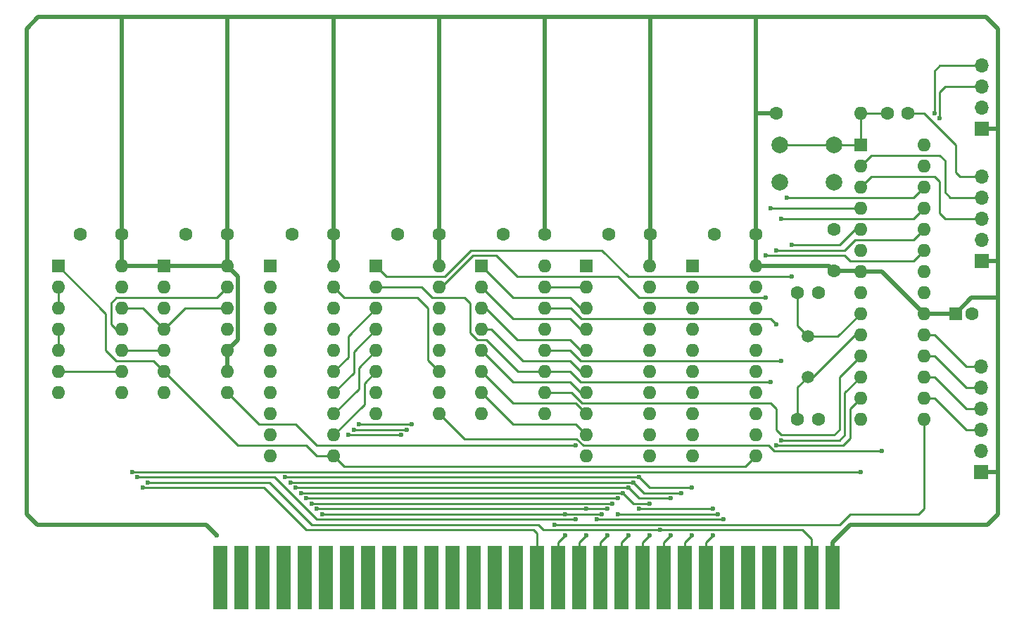
<source format=gbr>
%TF.GenerationSoftware,KiCad,Pcbnew,7.0.9*%
%TF.CreationDate,2023-12-21T22:12:41+08:00*%
%TF.ProjectId,ArduinoMultiInterface,41726475-696e-46f4-9d75-6c7469496e74,rev?*%
%TF.SameCoordinates,Original*%
%TF.FileFunction,Copper,L1,Top*%
%TF.FilePolarity,Positive*%
%FSLAX46Y46*%
G04 Gerber Fmt 4.6, Leading zero omitted, Abs format (unit mm)*
G04 Created by KiCad (PCBNEW 7.0.9) date 2023-12-21 22:12:41*
%MOMM*%
%LPD*%
G01*
G04 APERTURE LIST*
%TA.AperFunction,ComponentPad*%
%ADD10C,1.600000*%
%TD*%
%TA.AperFunction,ComponentPad*%
%ADD11R,1.700000X1.700000*%
%TD*%
%TA.AperFunction,ComponentPad*%
%ADD12O,1.700000X1.700000*%
%TD*%
%TA.AperFunction,ComponentPad*%
%ADD13R,1.600000X1.600000*%
%TD*%
%TA.AperFunction,ComponentPad*%
%ADD14O,1.600000X1.600000*%
%TD*%
%TA.AperFunction,ConnectorPad*%
%ADD15R,1.780000X7.620000*%
%TD*%
%TA.AperFunction,ComponentPad*%
%ADD16C,1.500000*%
%TD*%
%TA.AperFunction,ComponentPad*%
%ADD17C,2.000000*%
%TD*%
%TA.AperFunction,ViaPad*%
%ADD18C,0.600000*%
%TD*%
%TA.AperFunction,Conductor*%
%ADD19C,0.250000*%
%TD*%
%TA.AperFunction,Conductor*%
%ADD20C,0.500000*%
%TD*%
G04 APERTURE END LIST*
D10*
%TO.P,C9,1*%
%TO.N,+5V*%
X141115000Y-103505000D03*
%TO.P,C9,2*%
%TO.N,GND*%
X136115000Y-103505000D03*
%TD*%
D11*
%TO.P,J3,1,Pin_1*%
%TO.N,+5V*%
X206248000Y-132080000D03*
D12*
%TO.P,J3,2,Pin_2*%
%TO.N,GND*%
X206248000Y-129540000D03*
%TO.P,J3,3,Pin_3*%
%TO.N,SPI_SS*%
X206248000Y-127000000D03*
%TO.P,J3,4,Pin_4*%
%TO.N,SPI_MOSI*%
X206248000Y-124460000D03*
%TO.P,J3,5,Pin_5*%
%TO.N,SPI_MISO*%
X206248000Y-121920000D03*
%TO.P,J3,6,Pin_6*%
%TO.N,SPI_SCK*%
X206248000Y-119380000D03*
%TD*%
D13*
%TO.P,U7,1*%
%TO.N,WE*%
X95250000Y-107315000D03*
D14*
%TO.P,U7,2*%
%TO.N,Net-(U7-Pad2)*%
X95250000Y-109855000D03*
%TO.P,U7,3*%
X95250000Y-112395000D03*
%TO.P,U7,4*%
%TO.N,Net-(U7-Pad4)*%
X95250000Y-114935000D03*
%TO.P,U7,5*%
X95250000Y-117475000D03*
%TO.P,U7,6*%
%TO.N,Net-(U7-Pad6)*%
X95250000Y-120015000D03*
%TO.P,U7,7,GND*%
%TO.N,GND*%
X95250000Y-122555000D03*
%TO.P,U7,8*%
%TO.N,PCINT*%
X102870000Y-122555000D03*
%TO.P,U7,9*%
%TO.N,Net-(U7-Pad6)*%
X102870000Y-120015000D03*
%TO.P,U7,10*%
%TO.N,Net-(U7-Pad10)*%
X102870000Y-117475000D03*
%TO.P,U7,11*%
%TO.N,RW*%
X102870000Y-114935000D03*
%TO.P,U7,12*%
%TO.N,Net-(U7-Pad12)*%
X102870000Y-112395000D03*
%TO.P,U7,13*%
%TO.N,PORT1CSB*%
X102870000Y-109855000D03*
%TO.P,U7,14,VCC*%
%TO.N,+5V*%
X102870000Y-107315000D03*
%TD*%
D13*
%TO.P,U2,1,~{PL}*%
%TO.N,PISO_PL*%
X133495000Y-107315000D03*
D14*
%TO.P,U2,2,CP*%
%TO.N,PS_CLK*%
X133495000Y-109855000D03*
%TO.P,U2,3,D4*%
%TO.N,Net-(U2-D4)*%
X133495000Y-112395000D03*
%TO.P,U2,4,D5*%
%TO.N,Net-(U2-D5)*%
X133495000Y-114935000D03*
%TO.P,U2,5,D6*%
%TO.N,Net-(U2-D6)*%
X133495000Y-117475000D03*
%TO.P,U2,6,D7*%
%TO.N,Net-(U2-D7)*%
X133495000Y-120015000D03*
%TO.P,U2,7,~{Q7}*%
%TO.N,unconnected-(U2-~{Q7}-Pad7)*%
X133495000Y-122555000D03*
%TO.P,U2,8,GND*%
%TO.N,GND*%
X133495000Y-125095000D03*
%TO.P,U2,9,Q7*%
%TO.N,PISO_DL*%
X141115000Y-125095000D03*
%TO.P,U2,10,DS*%
%TO.N,GND*%
X141115000Y-122555000D03*
%TO.P,U2,11,D0*%
%TO.N,Net-(U2-D0)*%
X141115000Y-120015000D03*
%TO.P,U2,12,D1*%
%TO.N,Net-(U2-D1)*%
X141115000Y-117475000D03*
%TO.P,U2,13,D2*%
%TO.N,Net-(U2-D2)*%
X141115000Y-114935000D03*
%TO.P,U2,14,D3*%
%TO.N,Net-(U2-D3)*%
X141115000Y-112395000D03*
%TO.P,U2,15,~{CE}*%
%TO.N,PISO_CE*%
X141115000Y-109855000D03*
%TO.P,U2,16,VCC*%
%TO.N,+5V*%
X141115000Y-107315000D03*
%TD*%
D10*
%TO.P,C3,1*%
%TO.N,XTAL2*%
X184190000Y-125730000D03*
%TO.P,C3,2*%
%TO.N,GND*%
X186690000Y-125730000D03*
%TD*%
%TO.P,C1,1*%
%TO.N,Net-(J4-Pin_5)*%
X197485000Y-88900000D03*
%TO.P,C1,2*%
%TO.N,RESET*%
X194985000Y-88900000D03*
%TD*%
%TO.P,C11,1*%
%TO.N,+5V*%
X166515000Y-103505000D03*
%TO.P,C11,2*%
%TO.N,GND*%
X161515000Y-103505000D03*
%TD*%
%TO.P,C10,1*%
%TO.N,+5V*%
X153815000Y-103505000D03*
%TO.P,C10,2*%
%TO.N,GND*%
X148815000Y-103505000D03*
%TD*%
D13*
%TO.P,U1,1,~{RESET}/PC6*%
%TO.N,RESET*%
X191770000Y-92710000D03*
D14*
%TO.P,U1,2,PD0*%
%TO.N,SER_RX*%
X191770000Y-95250000D03*
%TO.P,U1,3,PD1*%
%TO.N,SER_TX*%
X191770000Y-97790000D03*
%TO.P,U1,4,PD2*%
%TO.N,PISO_CE*%
X191770000Y-100330000D03*
%TO.P,U1,5,PD3*%
%TO.N,PISO_PL*%
X191770000Y-102870000D03*
%TO.P,U1,6,PD4*%
%TO.N,PISO_DL*%
X191770000Y-105410000D03*
%TO.P,U1,7,VCC*%
%TO.N,+5V*%
X191770000Y-107950000D03*
%TO.P,U1,8,GND*%
%TO.N,GND*%
X191770000Y-110490000D03*
%TO.P,U1,9,XTAL1/PB6*%
%TO.N,XTAL1*%
X191770000Y-113030000D03*
%TO.P,U1,10,XTAL2/PB7*%
%TO.N,XTAL2*%
X191770000Y-115570000D03*
%TO.P,U1,11,PD5*%
%TO.N,SIPO_CL*%
X191770000Y-118110000D03*
%TO.P,U1,12,PD6*%
%TO.N,SIPO_PL*%
X191770000Y-120650000D03*
%TO.P,U1,13,PD7*%
%TO.N,SIPO_DL*%
X191770000Y-123190000D03*
%TO.P,U1,14,PB0*%
%TO.N,PCINT*%
X191770000Y-125730000D03*
%TO.P,U1,15,PB1*%
%TO.N,IRQ3B*%
X199390000Y-125730000D03*
%TO.P,U1,16,PB2*%
%TO.N,SPI_SS*%
X199390000Y-123190000D03*
%TO.P,U1,17,PB3*%
%TO.N,SPI_MOSI*%
X199390000Y-120650000D03*
%TO.P,U1,18,PB4*%
%TO.N,SPI_MISO*%
X199390000Y-118110000D03*
%TO.P,U1,19,PB5*%
%TO.N,SPI_SCK*%
X199390000Y-115570000D03*
%TO.P,U1,20,AVCC*%
%TO.N,+5V*%
X199390000Y-113030000D03*
%TO.P,U1,21,AREF*%
%TO.N,unconnected-(U1-AREF-Pad21)*%
X199390000Y-110490000D03*
%TO.P,U1,22,GND*%
%TO.N,GND*%
X199390000Y-107950000D03*
%TO.P,U1,23,PC0*%
%TO.N,SEL0*%
X199390000Y-105410000D03*
%TO.P,U1,24,PC1*%
%TO.N,SEL1*%
X199390000Y-102870000D03*
%TO.P,U1,25,PC2*%
%TO.N,SEL2*%
X199390000Y-100330000D03*
%TO.P,U1,26,PC3*%
%TO.N,PS_CLK*%
X199390000Y-97790000D03*
%TO.P,U1,27,PC4*%
%TO.N,I2C_SDA*%
X199390000Y-95250000D03*
%TO.P,U1,28,PC5*%
%TO.N,I2C_SCL*%
X199390000Y-92710000D03*
%TD*%
D13*
%TO.P,U4,1,OE*%
%TO.N,RE*%
X158750000Y-107315000D03*
D14*
%TO.P,U4,2,D0*%
%TO.N,Net-(U3-QA)*%
X158750000Y-109855000D03*
%TO.P,U4,3,D1*%
%TO.N,Net-(U3-QB)*%
X158750000Y-112395000D03*
%TO.P,U4,4,D2*%
%TO.N,Net-(U3-QC)*%
X158750000Y-114935000D03*
%TO.P,U4,5,D3*%
%TO.N,Net-(U3-QD)*%
X158750000Y-117475000D03*
%TO.P,U4,6,D4*%
%TO.N,Net-(U3-QE)*%
X158750000Y-120015000D03*
%TO.P,U4,7,D5*%
%TO.N,Net-(U3-QF)*%
X158750000Y-122555000D03*
%TO.P,U4,8,D6*%
%TO.N,Net-(U3-QG)*%
X158750000Y-125095000D03*
%TO.P,U4,9,D7*%
%TO.N,Net-(U3-QH)*%
X158750000Y-127635000D03*
%TO.P,U4,10,GND*%
%TO.N,GND*%
X158750000Y-130175000D03*
%TO.P,U4,11,Cp*%
%TO.N,CLOCK*%
X166370000Y-130175000D03*
%TO.P,U4,12,Q7*%
%TO.N,/D7*%
X166370000Y-127635000D03*
%TO.P,U4,13,Q6*%
%TO.N,/D6*%
X166370000Y-125095000D03*
%TO.P,U4,14,Q5*%
%TO.N,/D5*%
X166370000Y-122555000D03*
%TO.P,U4,15,Q4*%
%TO.N,/D4*%
X166370000Y-120015000D03*
%TO.P,U4,16,Q3*%
%TO.N,/D3*%
X166370000Y-117475000D03*
%TO.P,U4,17,Q2*%
%TO.N,/D2*%
X166370000Y-114935000D03*
%TO.P,U4,18,Q1*%
%TO.N,/D1*%
X166370000Y-112395000D03*
%TO.P,U4,19,Q0*%
%TO.N,/D0*%
X166370000Y-109855000D03*
%TO.P,U4,20,VCC*%
%TO.N,+5V*%
X166370000Y-107315000D03*
%TD*%
D10*
%TO.P,C8,1*%
%TO.N,+5V*%
X128415000Y-103505000D03*
%TO.P,C8,2*%
%TO.N,GND*%
X123415000Y-103505000D03*
%TD*%
D13*
%TO.P,U9,1*%
%TO.N,+5V*%
X107950000Y-107315000D03*
D14*
%TO.P,U9,2*%
%TO.N,CLOCK*%
X107950000Y-109855000D03*
%TO.P,U9,3*%
%TO.N,N/C*%
X107950000Y-112395000D03*
%TO.P,U9,4*%
%TO.N,Net-(U7-Pad12)*%
X107950000Y-114935000D03*
%TO.P,U9,5*%
%TO.N,Net-(U7-Pad10)*%
X107950000Y-117475000D03*
%TO.P,U9,6*%
%TO.N,WE*%
X107950000Y-120015000D03*
%TO.P,U9,7,GND*%
%TO.N,GND*%
X107950000Y-122555000D03*
%TO.P,U9,8*%
%TO.N,RE*%
X115570000Y-122555000D03*
%TO.P,U9,9*%
%TO.N,+5V*%
X115570000Y-120015000D03*
%TO.P,U9,10*%
X115570000Y-117475000D03*
%TO.P,U9,11*%
%TO.N,N/C*%
X115570000Y-114935000D03*
%TO.P,U9,12*%
%TO.N,Net-(U7-Pad12)*%
X115570000Y-112395000D03*
%TO.P,U9,13*%
%TO.N,RW*%
X115570000Y-109855000D03*
%TO.P,U9,14,VCC*%
%TO.N,+5V*%
X115570000Y-107315000D03*
%TD*%
D13*
%TO.P,U6,1,OE*%
%TO.N,GND*%
X171595000Y-107315000D03*
D14*
%TO.P,U6,2,D0*%
%TO.N,/A0*%
X171595000Y-109855000D03*
%TO.P,U6,3,D1*%
%TO.N,/A1*%
X171595000Y-112395000D03*
%TO.P,U6,4,D2*%
%TO.N,/A2*%
X171595000Y-114935000D03*
%TO.P,U6,5,D3*%
%TO.N,GND*%
X171595000Y-117475000D03*
%TO.P,U6,6,D4*%
X171595000Y-120015000D03*
%TO.P,U6,7,D5*%
X171595000Y-122555000D03*
%TO.P,U6,8,D6*%
X171595000Y-125095000D03*
%TO.P,U6,9,D7*%
X171595000Y-127635000D03*
%TO.P,U6,10,GND*%
X171595000Y-130175000D03*
%TO.P,U6,11,Cp*%
%TO.N,WE*%
X179215000Y-130175000D03*
%TO.P,U6,12,Q7*%
%TO.N,unconnected-(U6-Q7-Pad12)*%
X179215000Y-127635000D03*
%TO.P,U6,13,Q6*%
%TO.N,unconnected-(U6-Q6-Pad13)*%
X179215000Y-125095000D03*
%TO.P,U6,14,Q5*%
%TO.N,unconnected-(U6-Q5-Pad14)*%
X179215000Y-122555000D03*
%TO.P,U6,15,Q4*%
%TO.N,unconnected-(U6-Q4-Pad15)*%
X179215000Y-120015000D03*
%TO.P,U6,16,Q3*%
%TO.N,unconnected-(U6-Q3-Pad16)*%
X179215000Y-117475000D03*
%TO.P,U6,17,Q2*%
%TO.N,SEL2*%
X179215000Y-114935000D03*
%TO.P,U6,18,Q1*%
%TO.N,SEL1*%
X179215000Y-112395000D03*
%TO.P,U6,19,Q0*%
%TO.N,SEL0*%
X179215000Y-109855000D03*
%TO.P,U6,20,VCC*%
%TO.N,+5V*%
X179215000Y-107315000D03*
%TD*%
D13*
%TO.P,C5,1*%
%TO.N,+5V*%
X203200000Y-113030000D03*
D10*
%TO.P,C5,2*%
%TO.N,GND*%
X205200000Y-113030000D03*
%TD*%
%TO.P,C13,1*%
%TO.N,+5V*%
X188595000Y-107910000D03*
%TO.P,C13,2*%
%TO.N,GND*%
X188595000Y-102910000D03*
%TD*%
D11*
%TO.P,J2,1,Pin_1*%
%TO.N,+5V*%
X206375000Y-90805000D03*
D12*
%TO.P,J2,2,Pin_2*%
%TO.N,GND*%
X206375000Y-88265000D03*
%TO.P,J2,3,Pin_3*%
%TO.N,I2C_SDA*%
X206375000Y-85725000D03*
%TO.P,J2,4,Pin_4*%
%TO.N,I2C_SCL*%
X206375000Y-83185000D03*
%TD*%
D10*
%TO.P,C12,1*%
%TO.N,+5V*%
X179215000Y-103505000D03*
%TO.P,C12,2*%
%TO.N,GND*%
X174215000Y-103505000D03*
%TD*%
D13*
%TO.P,U3,1,QB*%
%TO.N,Net-(U3-QB)*%
X146195000Y-107315000D03*
D14*
%TO.P,U3,2,QC*%
%TO.N,Net-(U3-QC)*%
X146195000Y-109855000D03*
%TO.P,U3,3,QD*%
%TO.N,Net-(U3-QD)*%
X146195000Y-112395000D03*
%TO.P,U3,4,QE*%
%TO.N,Net-(U3-QE)*%
X146195000Y-114935000D03*
%TO.P,U3,5,QF*%
%TO.N,Net-(U3-QF)*%
X146195000Y-117475000D03*
%TO.P,U3,6,QG*%
%TO.N,Net-(U3-QG)*%
X146195000Y-120015000D03*
%TO.P,U3,7,QH*%
%TO.N,Net-(U3-QH)*%
X146195000Y-122555000D03*
%TO.P,U3,8,GND*%
%TO.N,GND*%
X146195000Y-125095000D03*
%TO.P,U3,9,QH'*%
%TO.N,unconnected-(U3-QH'-Pad9)*%
X153815000Y-125095000D03*
%TO.P,U3,10,~{SRCLR}*%
%TO.N,SIPO_CL*%
X153815000Y-122555000D03*
%TO.P,U3,11,SRCLK*%
%TO.N,PS_CLK*%
X153815000Y-120015000D03*
%TO.P,U3,12,RCLK*%
%TO.N,SIPO_PL*%
X153815000Y-117475000D03*
%TO.P,U3,13,~{OE}*%
%TO.N,GND*%
X153815000Y-114935000D03*
%TO.P,U3,14,SER*%
%TO.N,SIPO_DL*%
X153815000Y-112395000D03*
%TO.P,U3,15,QA*%
%TO.N,Net-(U3-QA)*%
X153815000Y-109855000D03*
%TO.P,U3,16,VCC*%
%TO.N,+5V*%
X153815000Y-107315000D03*
%TD*%
D10*
%TO.P,C7,1*%
%TO.N,+5V*%
X115570000Y-103505000D03*
%TO.P,C7,2*%
%TO.N,GND*%
X110570000Y-103505000D03*
%TD*%
%TO.P,C6,1*%
%TO.N,+5V*%
X102870000Y-103505000D03*
%TO.P,C6,2*%
%TO.N,GND*%
X97870000Y-103505000D03*
%TD*%
D15*
%TO.P,J1,2,Pin_2*%
%TO.N,+5V*%
X188391800Y-144780000D03*
%TO.P,J1,4,Pin_4*%
%TO.N,CLOCK*%
X185851800Y-144780000D03*
%TO.P,J1,6,Pin_6*%
%TO.N,unconnected-(J1-Pin_6-Pad6)*%
X183311800Y-144780000D03*
%TO.P,J1,8,Pin_8*%
%TO.N,unconnected-(J1-Pin_8-Pad8)*%
X180771800Y-144780000D03*
%TO.P,J1,10,Pin_10*%
%TO.N,unconnected-(J1-Pin_10-Pad10)*%
X178231800Y-144780000D03*
%TO.P,J1,12,Pin_12*%
%TO.N,unconnected-(J1-Pin_12-Pad12)*%
X175691800Y-144780000D03*
%TO.P,J1,14,Pin_14*%
%TO.N,/D7*%
X173151800Y-144780000D03*
%TO.P,J1,16,Pin_16*%
%TO.N,/D6*%
X170611800Y-144780000D03*
%TO.P,J1,18,Pin_18*%
%TO.N,/D5*%
X168071800Y-144780000D03*
%TO.P,J1,20,Pin_20*%
%TO.N,/D4*%
X165531800Y-144780000D03*
%TO.P,J1,22,Pin_22*%
%TO.N,/D3*%
X162991800Y-144780000D03*
%TO.P,J1,24,Pin_24*%
%TO.N,/D2*%
X160451800Y-144780000D03*
%TO.P,J1,26,Pin_26*%
%TO.N,/D1*%
X157911800Y-144780000D03*
%TO.P,J1,28,Pin_28*%
%TO.N,/D0*%
X155371800Y-144780000D03*
%TO.P,J1,30,Pin_30*%
%TO.N,PORT1CSB*%
X152831800Y-144780000D03*
%TO.P,J1,32,Pin_32*%
%TO.N,unconnected-(J1-Pin_32-Pad32)*%
X150291800Y-144780000D03*
%TO.P,J1,34,Pin_34*%
%TO.N,unconnected-(J1-Pin_34-Pad34)*%
X147751800Y-144780000D03*
%TO.P,J1,36,Pin_36*%
%TO.N,unconnected-(J1-Pin_36-Pad36)*%
X145211800Y-144780000D03*
%TO.P,J1,38,Pin_38*%
%TO.N,unconnected-(J1-Pin_38-Pad38)*%
X142671800Y-144780000D03*
%TO.P,J1,40,Pin_40*%
%TO.N,unconnected-(J1-Pin_40-Pad40)*%
X140131800Y-144780000D03*
%TO.P,J1,42,Pin_42*%
%TO.N,unconnected-(J1-Pin_42-Pad42)*%
X137591800Y-144780000D03*
%TO.P,J1,44,Pin_44*%
%TO.N,unconnected-(J1-Pin_44-Pad44)*%
X135051800Y-144780000D03*
%TO.P,J1,46,Pin_46*%
%TO.N,unconnected-(J1-Pin_46-Pad46)*%
X132511800Y-144780000D03*
%TO.P,J1,48,Pin_48*%
%TO.N,unconnected-(J1-Pin_48-Pad48)*%
X129971800Y-144780000D03*
%TO.P,J1,50,Pin_50*%
%TO.N,unconnected-(J1-Pin_50-Pad50)*%
X127431800Y-144780000D03*
%TO.P,J1,52,Pin_52*%
%TO.N,unconnected-(J1-Pin_52-Pad52)*%
X124891800Y-144780000D03*
%TO.P,J1,54,Pin_54*%
%TO.N,unconnected-(J1-Pin_54-Pad54)*%
X122351800Y-144780000D03*
%TO.P,J1,56,Pin_56*%
%TO.N,unconnected-(J1-Pin_56-Pad56)*%
X119811800Y-144780000D03*
%TO.P,J1,58,Pin_58*%
%TO.N,unconnected-(J1-Pin_58-Pad58)*%
X117271800Y-144780000D03*
%TO.P,J1,60,Pin_60*%
%TO.N,unconnected-(J1-Pin_60-Pad60)*%
X114731800Y-144780000D03*
%TD*%
D16*
%TO.P,Y1,1,1*%
%TO.N,XTAL1*%
X185420000Y-115750000D03*
%TO.P,Y1,2,2*%
%TO.N,XTAL2*%
X185420000Y-120650000D03*
%TD*%
D17*
%TO.P,SW1,1,1*%
%TO.N,GND*%
X188595000Y-97210000D03*
X182095000Y-97210000D03*
%TO.P,SW1,2,2*%
%TO.N,RESET*%
X188595000Y-92710000D03*
X182095000Y-92710000D03*
%TD*%
D10*
%TO.P,C2,1*%
%TO.N,XTAL1*%
X184190000Y-110490000D03*
%TO.P,C2,2*%
%TO.N,GND*%
X186690000Y-110490000D03*
%TD*%
%TO.P,R1,1*%
%TO.N,+5V*%
X181610000Y-88900000D03*
D14*
%TO.P,R1,2*%
%TO.N,RESET*%
X191770000Y-88900000D03*
%TD*%
D13*
%TO.P,U5,1,OE*%
%TO.N,GND*%
X120795000Y-107315000D03*
D14*
%TO.P,U5,2,D0*%
%TO.N,/D0*%
X120795000Y-109855000D03*
%TO.P,U5,3,D1*%
%TO.N,/D1*%
X120795000Y-112395000D03*
%TO.P,U5,4,D2*%
%TO.N,/D2*%
X120795000Y-114935000D03*
%TO.P,U5,5,D3*%
%TO.N,/D3*%
X120795000Y-117475000D03*
%TO.P,U5,6,D4*%
%TO.N,/D4*%
X120795000Y-120015000D03*
%TO.P,U5,7,D5*%
%TO.N,/D5*%
X120795000Y-122555000D03*
%TO.P,U5,8,D6*%
%TO.N,/D6*%
X120795000Y-125095000D03*
%TO.P,U5,9,D7*%
%TO.N,/D7*%
X120795000Y-127635000D03*
%TO.P,U5,10,GND*%
%TO.N,GND*%
X120795000Y-130175000D03*
%TO.P,U5,11,Cp*%
%TO.N,WE*%
X128415000Y-130175000D03*
%TO.P,U5,12,Q7*%
%TO.N,Net-(U2-D7)*%
X128415000Y-127635000D03*
%TO.P,U5,13,Q6*%
%TO.N,Net-(U2-D6)*%
X128415000Y-125095000D03*
%TO.P,U5,14,Q5*%
%TO.N,Net-(U2-D5)*%
X128415000Y-122555000D03*
%TO.P,U5,15,Q4*%
%TO.N,Net-(U2-D4)*%
X128415000Y-120015000D03*
%TO.P,U5,16,Q3*%
%TO.N,Net-(U2-D3)*%
X128415000Y-117475000D03*
%TO.P,U5,17,Q2*%
%TO.N,Net-(U2-D2)*%
X128415000Y-114935000D03*
%TO.P,U5,18,Q1*%
%TO.N,Net-(U2-D1)*%
X128415000Y-112395000D03*
%TO.P,U5,19,Q0*%
%TO.N,Net-(U2-D0)*%
X128415000Y-109855000D03*
%TO.P,U5,20,VCC*%
%TO.N,+5V*%
X128415000Y-107315000D03*
%TD*%
D11*
%TO.P,J4,1,Pin_1*%
%TO.N,+5V*%
X206375000Y-106650000D03*
D12*
%TO.P,J4,2,Pin_2*%
%TO.N,GND*%
X206375000Y-104110000D03*
%TO.P,J4,3,Pin_3*%
%TO.N,SER_TX*%
X206375000Y-101570000D03*
%TO.P,J4,4,Pin_4*%
%TO.N,SER_RX*%
X206375000Y-99030000D03*
%TO.P,J4,5,Pin_5*%
%TO.N,Net-(J4-Pin_5)*%
X206375000Y-96490000D03*
%TD*%
D18*
%TO.N,+5V*%
X114300000Y-139700000D03*
%TO.N,CLOCK*%
X167640000Y-139055000D03*
X106045000Y-133350000D03*
%TO.N,/D7*%
X122555000Y-132715000D03*
X171450000Y-133985000D03*
X165100000Y-132715000D03*
X173990000Y-139700000D03*
%TO.N,/D6*%
X170180000Y-134620000D03*
X123190000Y-133350000D03*
X164465000Y-133350000D03*
X171450000Y-139700000D03*
%TO.N,/D5*%
X123825000Y-133985000D03*
X168910000Y-139700000D03*
X163830000Y-133985000D03*
X168910000Y-135255000D03*
%TO.N,/D4*%
X163195000Y-134620000D03*
X166370000Y-139700000D03*
X124460000Y-134620000D03*
X166370000Y-135890000D03*
%TO.N,/A2*%
X165100000Y-136525000D03*
X173990000Y-136525000D03*
%TO.N,/D3*%
X162560000Y-135255000D03*
X163830000Y-139700000D03*
X125095000Y-135255000D03*
%TO.N,/A1*%
X162560000Y-137160000D03*
X174625000Y-137160000D03*
%TO.N,/D2*%
X161925000Y-135890000D03*
X161290000Y-139700000D03*
X125730000Y-135890000D03*
%TO.N,/A0*%
X175260000Y-137795000D03*
X160020000Y-137795000D03*
%TO.N,/D1*%
X161290000Y-136525000D03*
X126365000Y-136525000D03*
X158750000Y-139700000D03*
X158750000Y-136525000D03*
%TO.N,RW*%
X104775000Y-132715000D03*
X157480000Y-137795000D03*
%TO.N,/D0*%
X127000000Y-137160000D03*
X156210000Y-139700000D03*
X160655000Y-137160000D03*
X156210000Y-137160000D03*
%TO.N,IRQ3B*%
X154940000Y-138430000D03*
%TO.N,PORT1CSB*%
X105410000Y-133985000D03*
%TO.N,I2C_SDA*%
X201295000Y-89535000D03*
%TO.N,I2C_SCL*%
X200660000Y-88900000D03*
%TO.N,PISO_CE*%
X180975000Y-100330000D03*
X180340000Y-111125000D03*
%TO.N,PISO_PL*%
X183515000Y-108585000D03*
X183515000Y-104775000D03*
%TO.N,PISO_DL*%
X194310000Y-129540000D03*
%TO.N,SIPO_PL*%
X182245000Y-118745000D03*
X182245000Y-128270000D03*
%TO.N,SIPO_DL*%
X181610000Y-128905000D03*
X181610000Y-114300000D03*
%TO.N,PCINT*%
X191770000Y-132080000D03*
X104140000Y-132080000D03*
%TO.N,SEL0*%
X180340000Y-106045000D03*
%TO.N,SEL1*%
X181610000Y-105410000D03*
%TO.N,SEL2*%
X182245000Y-101600000D03*
%TO.N,PS_CLK*%
X180975000Y-121285000D03*
X182880000Y-99060000D03*
%TO.N,Net-(U2-D1)*%
X131445000Y-126365000D03*
X137795000Y-126365000D03*
%TO.N,Net-(U2-D2)*%
X137160000Y-127000000D03*
X130810000Y-127000000D03*
%TO.N,Net-(U2-D3)*%
X136525000Y-127635000D03*
X130175000Y-127635000D03*
%TO.N,RE*%
X157480000Y-128905000D03*
%TD*%
D19*
%TO.N,XTAL1*%
X189050000Y-115750000D02*
X185420000Y-115750000D01*
X191770000Y-113030000D02*
X189050000Y-115750000D01*
X184190000Y-110490000D02*
X184190000Y-114520000D01*
X184190000Y-114520000D02*
X185420000Y-115750000D01*
%TO.N,XTAL2*%
X184190000Y-125730000D02*
X184190000Y-121880000D01*
X186055000Y-120650000D02*
X185420000Y-120650000D01*
X184190000Y-121880000D02*
X185420000Y-120650000D01*
X191135000Y-115570000D02*
X186055000Y-120650000D01*
D20*
%TO.N,+5V*%
X203200000Y-113030000D02*
X205105000Y-111125000D01*
X153670000Y-77325000D02*
X166370000Y-77325000D01*
X102870000Y-103505000D02*
X102870000Y-77325000D01*
X115570000Y-107315000D02*
X116840000Y-108585000D01*
X208280000Y-137160000D02*
X207010000Y-138430000D01*
X140970000Y-77325000D02*
X153670000Y-77325000D01*
X207010000Y-138430000D02*
X190500000Y-138430000D01*
X188595000Y-107910000D02*
X191730000Y-107910000D01*
X188391800Y-140538200D02*
X188391800Y-144780000D01*
X115570000Y-77325000D02*
X128270000Y-77325000D01*
X92710000Y-138430000D02*
X91440000Y-137160000D01*
X194310000Y-107950000D02*
X199390000Y-113030000D01*
X113030000Y-138430000D02*
X92710000Y-138430000D01*
X141115000Y-77470000D02*
X140970000Y-77325000D01*
X179215000Y-88900000D02*
X179215000Y-77470000D01*
X188000000Y-107315000D02*
X188595000Y-107910000D01*
X128415000Y-103505000D02*
X128415000Y-77470000D01*
X102870000Y-107315000D02*
X102870000Y-103505000D01*
X166515000Y-77470000D02*
X166370000Y-77325000D01*
X166515000Y-103505000D02*
X166515000Y-107315000D01*
X206375000Y-132080000D02*
X208280000Y-132080000D01*
X153815000Y-103505000D02*
X153815000Y-77470000D01*
X205105000Y-111125000D02*
X208280000Y-111125000D01*
X190500000Y-138430000D02*
X188391800Y-140538200D01*
X179215000Y-77470000D02*
X179070000Y-77325000D01*
X166515000Y-103505000D02*
X166515000Y-77470000D01*
X128415000Y-77470000D02*
X128270000Y-77325000D01*
X153815000Y-77470000D02*
X153670000Y-77325000D01*
X115570000Y-103505000D02*
X115570000Y-107315000D01*
X91440000Y-137160000D02*
X91440000Y-78740000D01*
X206223000Y-90805000D02*
X208280000Y-90805000D01*
X206865000Y-77325000D02*
X208280000Y-78740000D01*
X208280000Y-106680000D02*
X208280000Y-111125000D01*
X128270000Y-77325000D02*
X140970000Y-77325000D01*
X179215000Y-103505000D02*
X179215000Y-107315000D01*
X166370000Y-77325000D02*
X179070000Y-77325000D01*
X208280000Y-111125000D02*
X208280000Y-132080000D01*
X115570000Y-107315000D02*
X102870000Y-107315000D01*
X179215000Y-107315000D02*
X188000000Y-107315000D01*
X199390000Y-113030000D02*
X203200000Y-113030000D01*
X179215000Y-103505000D02*
X179215000Y-88900000D01*
X208280000Y-78740000D02*
X208280000Y-106680000D01*
X141115000Y-103505000D02*
X141115000Y-107315000D01*
X115570000Y-117475000D02*
X115570000Y-119870000D01*
X115570000Y-103505000D02*
X115570000Y-77325000D01*
X208280000Y-132080000D02*
X208280000Y-137160000D01*
X116840000Y-108585000D02*
X116840000Y-116205000D01*
X91440000Y-78740000D02*
X92855000Y-77325000D01*
X114300000Y-139700000D02*
X113030000Y-138430000D01*
X179070000Y-77325000D02*
X206865000Y-77325000D01*
X206223000Y-106650000D02*
X208280000Y-106680000D01*
X141115000Y-103505000D02*
X141115000Y-77470000D01*
X191770000Y-107950000D02*
X194310000Y-107950000D01*
X92855000Y-77325000D02*
X115570000Y-77325000D01*
X116840000Y-116205000D02*
X115570000Y-117475000D01*
X181610000Y-88900000D02*
X179215000Y-88900000D01*
X128415000Y-103505000D02*
X128415000Y-107315000D01*
D19*
%TO.N,CLOCK*%
X185851800Y-140131800D02*
X185851800Y-141970000D01*
X106045000Y-133350000D02*
X120650000Y-133350000D01*
X153648889Y-139055000D02*
X184775000Y-139055000D01*
X125730000Y-138430000D02*
X153003889Y-138430000D01*
X120650000Y-133350000D02*
X125730000Y-138430000D01*
X184775000Y-139055000D02*
X185851800Y-140131800D01*
X153003889Y-138430000D02*
X153638889Y-139065000D01*
X153638889Y-139065000D02*
X153648889Y-139055000D01*
%TO.N,/D7*%
X122555000Y-132715000D02*
X165100000Y-132715000D01*
X173151800Y-140538200D02*
X173151800Y-144780000D01*
X166370000Y-133985000D02*
X165100000Y-132715000D01*
X171450000Y-133985000D02*
X166370000Y-133985000D01*
X173990000Y-139700000D02*
X173151800Y-140538200D01*
%TO.N,/D6*%
X170180000Y-134620000D02*
X165735000Y-134620000D01*
X123190000Y-133350000D02*
X164465000Y-133350000D01*
X165735000Y-134620000D02*
X164465000Y-133350000D01*
X171450000Y-139700000D02*
X170611800Y-140538200D01*
X170611800Y-140538200D02*
X170611800Y-144780000D01*
%TO.N,/D5*%
X165100000Y-135255000D02*
X163830000Y-133985000D01*
X168910000Y-139700000D02*
X168071800Y-140538200D01*
X168071800Y-140538200D02*
X168071800Y-144780000D01*
X123825000Y-133985000D02*
X163830000Y-133985000D01*
X168910000Y-135255000D02*
X165100000Y-135255000D01*
%TO.N,/D4*%
X166370000Y-139700000D02*
X165531800Y-140538200D01*
X124460000Y-134620000D02*
X163195000Y-134620000D01*
X164465000Y-135890000D02*
X163195000Y-134620000D01*
X166370000Y-135890000D02*
X164465000Y-135890000D01*
X165531800Y-140538200D02*
X165531800Y-144780000D01*
%TO.N,/A2*%
X173990000Y-136525000D02*
X165100000Y-136525000D01*
%TO.N,/D3*%
X162991800Y-140538200D02*
X162991800Y-144780000D01*
X125095000Y-135255000D02*
X162560000Y-135255000D01*
X163830000Y-139700000D02*
X162991800Y-140538200D01*
%TO.N,/A1*%
X162560000Y-137160000D02*
X174625000Y-137160000D01*
%TO.N,/D2*%
X160451800Y-144780000D02*
X160451800Y-140538200D01*
X125730000Y-135890000D02*
X161925000Y-135890000D01*
X160451800Y-140538200D02*
X161290000Y-139700000D01*
%TO.N,/A0*%
X175260000Y-137795000D02*
X160020000Y-137795000D01*
%TO.N,/D1*%
X126365000Y-136525000D02*
X161290000Y-136525000D01*
X157911800Y-144780000D02*
X157911800Y-140538200D01*
X157911800Y-140538200D02*
X158750000Y-139700000D01*
%TO.N,RW*%
X101600000Y-111760000D02*
X101600000Y-114300000D01*
X101600000Y-114300000D02*
X102235000Y-114935000D01*
X114300000Y-111125000D02*
X102235000Y-111125000D01*
X102235000Y-111125000D02*
X101600000Y-111760000D01*
X121285000Y-132715000D02*
X126365000Y-137795000D01*
X104775000Y-132715000D02*
X121285000Y-132715000D01*
X115570000Y-109855000D02*
X114300000Y-111125000D01*
X126365000Y-137795000D02*
X157480000Y-137795000D01*
%TO.N,/D0*%
X155371800Y-144780000D02*
X155371800Y-140538200D01*
X127000000Y-137160000D02*
X160655000Y-137160000D01*
X155371800Y-140538200D02*
X156210000Y-139700000D01*
%TO.N,IRQ3B*%
X199390000Y-136525000D02*
X199390000Y-125730000D01*
X189230000Y-138430000D02*
X190500000Y-137160000D01*
X198755000Y-137160000D02*
X199390000Y-136525000D01*
X154940000Y-138430000D02*
X189230000Y-138430000D01*
X190500000Y-137160000D02*
X198755000Y-137160000D01*
%TO.N,PORT1CSB*%
X125095000Y-139065000D02*
X152400000Y-139065000D01*
X120015000Y-133985000D02*
X125095000Y-139065000D01*
X105410000Y-133985000D02*
X120015000Y-133985000D01*
X152400000Y-139065000D02*
X152831800Y-139496800D01*
X152831800Y-139496800D02*
X152831800Y-144780000D01*
%TO.N,RESET*%
X188595000Y-92710000D02*
X191770000Y-92710000D01*
X182095000Y-92710000D02*
X188595000Y-92710000D01*
X191770000Y-88900000D02*
X194985000Y-88900000D01*
X191770000Y-88900000D02*
X191770000Y-92710000D01*
%TO.N,I2C_SDA*%
X201930000Y-85725000D02*
X206223000Y-85725000D01*
X201295000Y-89535000D02*
X201295000Y-86360000D01*
X201295000Y-86360000D02*
X201930000Y-85725000D01*
%TO.N,I2C_SCL*%
X200660000Y-83820000D02*
X201295000Y-83185000D01*
X201295000Y-83185000D02*
X206223000Y-83185000D01*
X200660000Y-88900000D02*
X200660000Y-83820000D01*
%TO.N,SPI_SS*%
X199390000Y-123190000D02*
X200660000Y-123190000D01*
X206375000Y-127000000D02*
X204470000Y-127000000D01*
X200660000Y-123190000D02*
X204470000Y-127000000D01*
%TO.N,SPI_MOSI*%
X206375000Y-124460000D02*
X204470000Y-124460000D01*
X200660000Y-120650000D02*
X204470000Y-124460000D01*
X199390000Y-120650000D02*
X200660000Y-120650000D01*
%TO.N,SPI_MISO*%
X199390000Y-118110000D02*
X200660000Y-118110000D01*
X200660000Y-118110000D02*
X204470000Y-121920000D01*
X206375000Y-121920000D02*
X204470000Y-121920000D01*
%TO.N,SPI_SCK*%
X199390000Y-115570000D02*
X200660000Y-115570000D01*
X200660000Y-115570000D02*
X204470000Y-119380000D01*
X206375000Y-119380000D02*
X204470000Y-119380000D01*
%TO.N,SER_TX*%
X191770000Y-97790000D02*
X193040000Y-96520000D01*
X193040000Y-96520000D02*
X200660000Y-96520000D01*
X201295000Y-100965000D02*
X201921429Y-101591429D01*
X200660000Y-96520000D02*
X201295000Y-97155000D01*
X201921429Y-101591429D02*
X206353571Y-101591429D01*
X201295000Y-97155000D02*
X201295000Y-100965000D01*
%TO.N,SER_RX*%
X202535000Y-99030000D02*
X206223000Y-99030000D01*
X201930000Y-98425000D02*
X202535000Y-99030000D01*
X191770000Y-95250000D02*
X193040000Y-93980000D01*
X201930000Y-94615000D02*
X201930000Y-98425000D01*
X201295000Y-93980000D02*
X201930000Y-94615000D01*
X193040000Y-93980000D02*
X201295000Y-93980000D01*
%TO.N,PISO_CE*%
X145170000Y-106045000D02*
X141360000Y-109855000D01*
X180975000Y-100330000D02*
X191770000Y-100330000D01*
X180340000Y-111125000D02*
X165098604Y-111125000D01*
X165098604Y-111125000D02*
X162559302Y-108585698D01*
X162559302Y-108585698D02*
X150495698Y-108585698D01*
X150495698Y-108585698D02*
X147955000Y-106045000D01*
X147955000Y-106045000D02*
X145170000Y-106045000D01*
%TO.N,PISO_PL*%
X144923604Y-105410000D02*
X160655000Y-105410000D01*
X160655000Y-105410000D02*
X163830000Y-108585000D01*
X183515000Y-104775000D02*
X189230000Y-104775000D01*
X163830000Y-108585000D02*
X183515000Y-108585000D01*
X134765000Y-108585000D02*
X141748604Y-108585000D01*
X133495000Y-107315000D02*
X134765000Y-108585000D01*
X141748604Y-108585000D02*
X144923604Y-105410000D01*
X189230000Y-104775000D02*
X191135000Y-102870000D01*
%TO.N,PISO_DL*%
X157625000Y-128100991D02*
X144120991Y-128100991D01*
X158429009Y-128905000D02*
X157625000Y-128100991D01*
X180726116Y-128905000D02*
X158429009Y-128905000D01*
X144120991Y-128100991D02*
X141115000Y-125095000D01*
X181361116Y-129540000D02*
X180726116Y-128905000D01*
X194310000Y-129540000D02*
X181361116Y-129540000D01*
%TO.N,SIPO_CL*%
X189230000Y-120650000D02*
X189230000Y-127000000D01*
X191770000Y-118110000D02*
X189230000Y-120650000D01*
X180975000Y-123825000D02*
X158272005Y-123825000D01*
X182245000Y-127635000D02*
X181610000Y-127000000D01*
X181610000Y-124460000D02*
X180975000Y-123825000D01*
X189230000Y-127000000D02*
X188595000Y-127635000D01*
X157002005Y-122555000D02*
X153815000Y-122555000D01*
X188595000Y-127635000D02*
X182245000Y-127635000D01*
X158272005Y-123825000D02*
X157002005Y-122555000D01*
X181610000Y-127000000D02*
X181610000Y-124460000D01*
%TO.N,SIPO_PL*%
X189230000Y-128270000D02*
X182245000Y-128270000D01*
X191770000Y-120650000D02*
X189865000Y-122555000D01*
X158115000Y-118745000D02*
X182245000Y-118745000D01*
X189865000Y-127635000D02*
X189230000Y-128270000D01*
X153815000Y-117475000D02*
X156845000Y-117475000D01*
X156845000Y-117475000D02*
X158115000Y-118745000D01*
X189865000Y-122555000D02*
X189865000Y-127635000D01*
%TO.N,SIPO_DL*%
X191770000Y-123190000D02*
X190500000Y-124460000D01*
X189653333Y-128905000D02*
X181610000Y-128905000D01*
X190500000Y-124460000D02*
X190500000Y-128058333D01*
X156923503Y-112395000D02*
X153815000Y-112395000D01*
X190500000Y-128058333D02*
X189653333Y-128905000D01*
X181610000Y-114300000D02*
X180975000Y-113665000D01*
X180975000Y-113665000D02*
X158193503Y-113665000D01*
X158193503Y-113665000D02*
X156923503Y-112395000D01*
%TO.N,PCINT*%
X191770000Y-132080000D02*
X104140000Y-132080000D01*
%TO.N,SEL0*%
X198120000Y-106680000D02*
X199390000Y-105410000D01*
X190500000Y-106680000D02*
X198120000Y-106680000D01*
X180340000Y-106045000D02*
X189865000Y-106045000D01*
X189865000Y-106045000D02*
X190500000Y-106680000D01*
%TO.N,SEL1*%
X189865698Y-105410000D02*
X191135698Y-104140000D01*
X198120000Y-104140000D02*
X199390000Y-102870000D01*
X181610000Y-105410000D02*
X189865698Y-105410000D01*
X191135698Y-104140000D02*
X198120000Y-104140000D01*
%TO.N,SEL2*%
X198120000Y-101600000D02*
X199390000Y-100330000D01*
X182245000Y-101600000D02*
X198120000Y-101600000D01*
%TO.N,PS_CLK*%
X133495000Y-109855000D02*
X138962884Y-109855000D01*
X144145000Y-111125000D02*
X144780000Y-111760000D01*
X182880000Y-99060000D02*
X198120000Y-99060000D01*
X140232884Y-111125000D02*
X144145000Y-111125000D01*
X144780000Y-111760000D02*
X144780000Y-115354616D01*
X180975000Y-121285000D02*
X158116396Y-121285000D01*
X145630384Y-116205000D02*
X146757894Y-116205000D01*
X146757894Y-116205000D02*
X150567894Y-120015000D01*
X138962884Y-109855000D02*
X140232884Y-111125000D01*
X198120000Y-99060000D02*
X199390000Y-97790000D01*
X156846396Y-120015000D02*
X153815000Y-120015000D01*
X150567894Y-120015000D02*
X153815000Y-120015000D01*
X144780000Y-115354616D02*
X145630384Y-116205000D01*
X158116396Y-121285000D02*
X156846396Y-120015000D01*
%TO.N,Net-(U2-D4)*%
X128415000Y-120015000D02*
X130175000Y-118255000D01*
X130175000Y-118255000D02*
X130175000Y-115715000D01*
X130175000Y-115715000D02*
X133495000Y-112395000D01*
%TO.N,Net-(U2-D5)*%
X130810000Y-117620000D02*
X133495000Y-114935000D01*
X130810000Y-120160000D02*
X130810000Y-117620000D01*
X128415000Y-122555000D02*
X130810000Y-120160000D01*
%TO.N,Net-(U2-D6)*%
X131445000Y-119525000D02*
X133495000Y-117475000D01*
X131445000Y-122065000D02*
X131445000Y-119525000D01*
X128415000Y-125095000D02*
X131445000Y-122065000D01*
%TO.N,Net-(U2-D7)*%
X128415000Y-127635000D02*
X132080000Y-123970000D01*
X132080000Y-121430000D02*
X133495000Y-120015000D01*
X132080000Y-123970000D02*
X132080000Y-121430000D01*
%TO.N,Net-(U2-D0)*%
X138430000Y-111125000D02*
X139700000Y-112395000D01*
X129685000Y-111125000D02*
X138430000Y-111125000D01*
X139700000Y-112395000D02*
X139700000Y-118600000D01*
X128415000Y-109855000D02*
X129685000Y-111125000D01*
X139700000Y-118600000D02*
X141115000Y-120015000D01*
%TO.N,Net-(U2-D1)*%
X131445000Y-126365000D02*
X137795000Y-126365000D01*
%TO.N,Net-(U2-D2)*%
X130810000Y-127000000D02*
X137160000Y-127000000D01*
%TO.N,Net-(U2-D3)*%
X130175000Y-127635000D02*
X136525000Y-127635000D01*
%TO.N,Net-(U3-QB)*%
X158115000Y-112395000D02*
X156845000Y-111125000D01*
X156845000Y-111125000D02*
X150005000Y-111125000D01*
X150005000Y-111125000D02*
X146195000Y-107315000D01*
%TO.N,Net-(U3-QC)*%
X150005000Y-113665000D02*
X146195000Y-109855000D01*
X158115000Y-114935000D02*
X156845000Y-113665000D01*
X156845000Y-113665000D02*
X150005000Y-113665000D01*
%TO.N,Net-(U3-QD)*%
X150495000Y-116205000D02*
X146685000Y-112395000D01*
X156845000Y-116205000D02*
X150495000Y-116205000D01*
X158115000Y-117475000D02*
X156845000Y-116205000D01*
%TO.N,Net-(U3-QE)*%
X158115000Y-120015000D02*
X156845000Y-118745000D01*
X147320000Y-114935000D02*
X146195000Y-114935000D01*
X156845000Y-118745000D02*
X151130000Y-118745000D01*
X151130000Y-118745000D02*
X147320000Y-114935000D01*
%TO.N,Net-(U3-QF)*%
X156845000Y-121285000D02*
X150005000Y-121285000D01*
X150005000Y-121285000D02*
X146195000Y-117475000D01*
X158115000Y-122555000D02*
X156845000Y-121285000D01*
%TO.N,Net-(U3-QG)*%
X157480000Y-123825000D02*
X150005000Y-123825000D01*
X150005000Y-123825000D02*
X146195000Y-120015000D01*
X158750000Y-125095000D02*
X157480000Y-123825000D01*
%TO.N,Net-(U3-QH)*%
X158750000Y-127635000D02*
X157480000Y-126365000D01*
X157480000Y-126365000D02*
X150005000Y-126365000D01*
X150005000Y-126365000D02*
X146195000Y-122555000D01*
%TO.N,Net-(U3-QA)*%
X153815000Y-109855000D02*
X158750000Y-109855000D01*
%TO.N,RE*%
X126365000Y-128905000D02*
X157480000Y-128905000D01*
X115570000Y-122555000D02*
X119380000Y-126365000D01*
X119380000Y-126365000D02*
X123825000Y-126365000D01*
X123825000Y-126365000D02*
X126365000Y-128905000D01*
%TO.N,Net-(U7-Pad12)*%
X102870000Y-112395000D02*
X105410000Y-112395000D01*
X105410000Y-112395000D02*
X107950000Y-114935000D01*
X110490000Y-112395000D02*
X107950000Y-114935000D01*
X115570000Y-112395000D02*
X110490000Y-112395000D01*
%TO.N,WE*%
X116840000Y-128905000D02*
X107950000Y-120015000D01*
X106680000Y-118745000D02*
X102235000Y-118745000D01*
X107950000Y-120015000D02*
X106680000Y-118745000D01*
X126365000Y-130175000D02*
X125095000Y-128905000D01*
X129685000Y-131445000D02*
X128415000Y-130175000D01*
X100965000Y-113030000D02*
X95250000Y-107315000D01*
X125095000Y-128905000D02*
X116840000Y-128905000D01*
X102235000Y-118745000D02*
X100965000Y-117475000D01*
X179215000Y-130175000D02*
X177945000Y-131445000D01*
X100965000Y-117475000D02*
X100965000Y-113030000D01*
X128415000Y-130175000D02*
X126365000Y-130175000D01*
X177945000Y-131445000D02*
X129685000Y-131445000D01*
%TO.N,Net-(J4-Pin_5)*%
X203200000Y-96012000D02*
X203708000Y-96520000D01*
X203708000Y-96520000D02*
X206345000Y-96520000D01*
X197485000Y-88900000D02*
X199390000Y-88900000D01*
X199390000Y-88900000D02*
X203200000Y-92710000D01*
X203200000Y-92710000D02*
X203200000Y-96012000D01*
%TO.N,Net-(U7-Pad10)*%
X102870000Y-117475000D02*
X107950000Y-117475000D01*
%TO.N,Net-(U7-Pad2)*%
X95250000Y-109855000D02*
X95250000Y-112395000D01*
%TO.N,Net-(U7-Pad4)*%
X95250000Y-114935000D02*
X95250000Y-117475000D01*
%TO.N,Net-(U7-Pad6)*%
X95250000Y-120015000D02*
X102870000Y-120015000D01*
%TD*%
M02*

</source>
